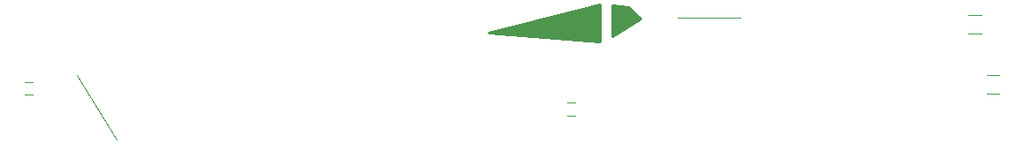
<source format=gbr>
G04 #@! TF.GenerationSoftware,KiCad,Pcbnew,(5.1.5)-3*
G04 #@! TF.CreationDate,2021-01-22T23:29:58-05:00*
G04 #@! TF.ProjectId,Body,426f6479-2e6b-4696-9361-645f70636258,rev?*
G04 #@! TF.SameCoordinates,Original*
G04 #@! TF.FileFunction,Legend,Bot*
G04 #@! TF.FilePolarity,Positive*
%FSLAX46Y46*%
G04 Gerber Fmt 4.6, Leading zero omitted, Abs format (unit mm)*
G04 Created by KiCad (PCBNEW (5.1.5)-3) date 2021-01-22 23:29:58*
%MOMM*%
%LPD*%
G04 APERTURE LIST*
%ADD10C,0.120000*%
%ADD11C,0.254000*%
G04 APERTURE END LIST*
D10*
X78800000Y-90100000D02*
X82600000Y-96300000D01*
X136360000Y-84590000D02*
X142380000Y-84600000D01*
X74550000Y-90750000D02*
X73850000Y-90750000D01*
X73850000Y-91950000D02*
X74550000Y-91950000D01*
X125850000Y-93950000D02*
X126550000Y-93950000D01*
X126550000Y-92750000D02*
X125850000Y-92750000D01*
X167220000Y-90080000D02*
X166020000Y-90080000D01*
X166020000Y-91840000D02*
X167220000Y-91840000D01*
X164280000Y-86100000D02*
X165480000Y-86100000D01*
X165480000Y-84340000D02*
X164280000Y-84340000D01*
D11*
G36*
X131653566Y-83554655D02*
G01*
X132830433Y-84634188D01*
X130145901Y-86323132D01*
X130145901Y-83385154D01*
X131653566Y-83554655D01*
G37*
X131653566Y-83554655D02*
X132830433Y-84634188D01*
X130145901Y-86323132D01*
X130145901Y-83385154D01*
X131653566Y-83554655D01*
G36*
X128971985Y-86844480D02*
G01*
X118293810Y-86015286D01*
X128971985Y-83329591D01*
X128971985Y-86844480D01*
G37*
X128971985Y-86844480D02*
X118293810Y-86015286D01*
X128971985Y-83329591D01*
X128971985Y-86844480D01*
M02*

</source>
